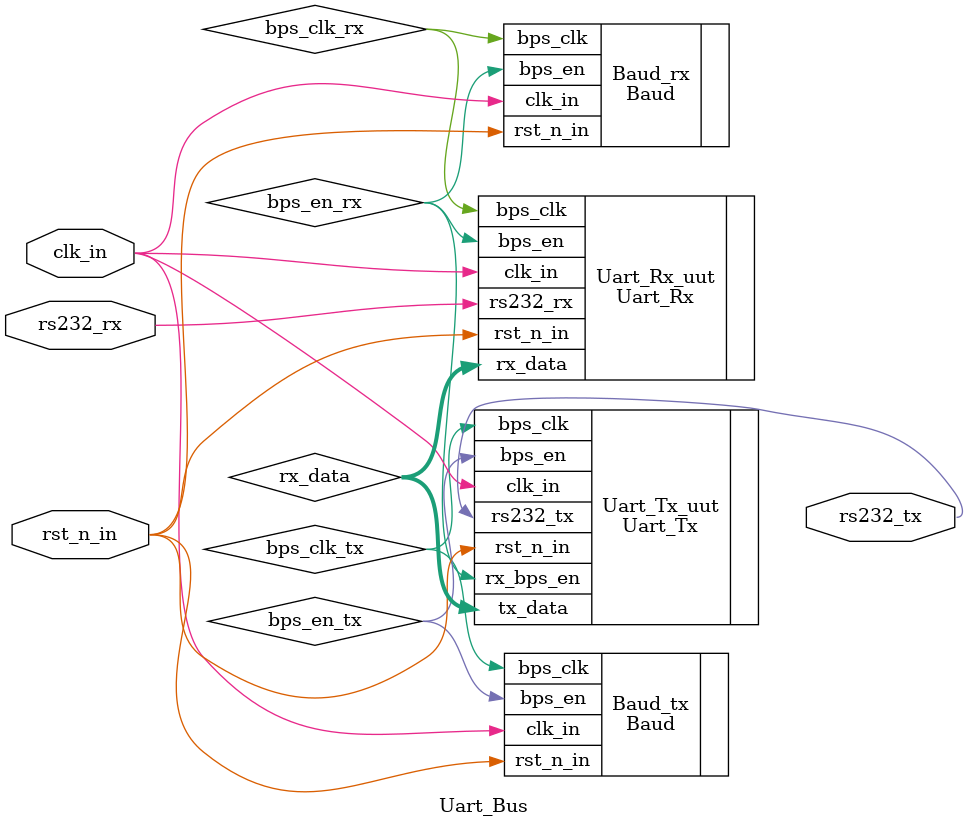
<source format=v>

module Uart_Bus #
	(
		parameter             BPS_PARA  = 1250  //When using 12MHz clock, the baud rate parameter selects 1250 corresponding to 9600 baud rate
	)
	(
		input                 clk_in,           // System clock
		input                 rst_n_in,         // System reset, Low effective
		input                 rs232_rx,         // UART receiving end in FPGA, assigned to the sending end in UART module TXD 
		output                rs232_tx          // UART sending end in FPGA, assigned to UART module RXD in the receiving end
	);


///////////////////////////////// UART receiving function module instantiation /////////////////////////////////// 
	wire                      bps_en_rx, bps_clk_rx;
	wire           [7:0]     rx_data;  

	// UART receive baud rate clock control module instantiation
	Baud #
	(
		.BPS_PARA             (BPS_PARA)
	)
	Baud_rx
	(
		.clk_in               (clk_in),          // System clock
		.rst_n_in             (rst_n_in),        // System reset, active low
		.bps_en               (bps_en_rx),       // Receive clock enable
		.bps_clk              (bps_clk_rx)       // Receive clock output		
	);
	
	// UART receive data module instantiation
	Uart_Rx Uart_Rx_uut 
	(
		.clk_in               (clk_in),           // System clock
		.rst_n_in             (rst_n_in),         // System reset, active low
		.bps_en               (bps_en_rx),        // Receive clock enable
		.bps_clk              (bps_clk_rx),       // Receive clock input
		.rs232_rx             (rs232_rx),         // Uart receives input
		.rx_data              (rx_data)           // Received data 
	);
	
	///////////////////////////////// UART sending function module instantiation /////////////////////////////////// 
	wire                      bps_en_tx, bps_clk_tx;

	// UART send baud rate clock control module instantiation 
	Baud #
	(
		.BPS_PARA             (BPS_PARA)
	)
	Baud_tx
	(
		.clk_in               (clk_in),          // System clock
		.rst_n_in             (rst_n_in),        // System reset, active low
		.bps_en               (bps_en_tx),       // Send clock enable
		.bps_clk              (bps_clk_tx)       // Send clock output		
	);
	
	// UART send data module instantiation
	Uart_Tx Uart_Tx_uut 
	(
		.clk_in               (clk_in),           // System clock
		.rst_n_in             (rst_n_in),         // System reset, active low
		.bps_en               (bps_en_tx),        // Send clock enable
		.bps_clk              (bps_clk_tx),       // Send clock input
		.rx_bps_en            (bps_en_rx),        // Due to the need for self-receiving and self-transmitting, use the receive clock enable to determine: new data needs to be sent. 
		.tx_data              (rx_data),          // data to be sent
		.rs232_tx             (rs232_tx)          // Uart transmision output
	);

endmodule















</source>
